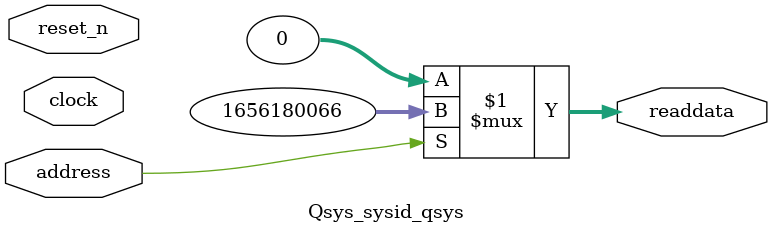
<source format=v>



// synthesis translate_off
`timescale 1ns / 1ps
// synthesis translate_on

// turn off superfluous verilog processor warnings 
// altera message_level Level1 
// altera message_off 10034 10035 10036 10037 10230 10240 10030 

module Qsys_sysid_qsys (
               // inputs:
                address,
                clock,
                reset_n,

               // outputs:
                readdata
             )
;

  output  [ 31: 0] readdata;
  input            address;
  input            clock;
  input            reset_n;

  wire    [ 31: 0] readdata;
  //control_slave, which is an e_avalon_slave
  assign readdata = address ? 1656180066 : 0;

endmodule



</source>
